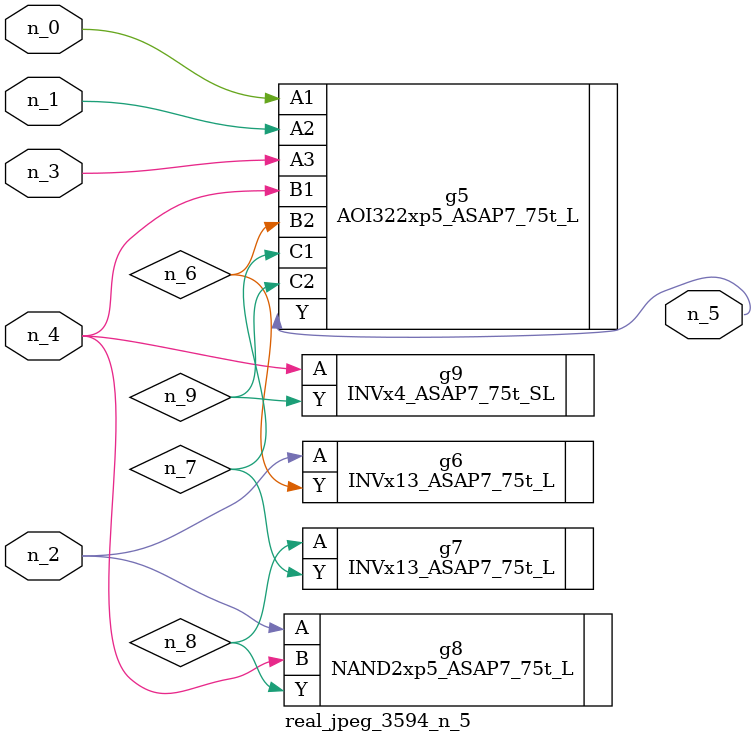
<source format=v>
module real_jpeg_3594_n_5 (n_4, n_0, n_1, n_2, n_3, n_5);

input n_4;
input n_0;
input n_1;
input n_2;
input n_3;

output n_5;

wire n_8;
wire n_6;
wire n_7;
wire n_9;

AOI322xp5_ASAP7_75t_L g5 ( 
.A1(n_0),
.A2(n_1),
.A3(n_3),
.B1(n_4),
.B2(n_6),
.C1(n_7),
.C2(n_9),
.Y(n_5)
);

INVx13_ASAP7_75t_L g6 ( 
.A(n_2),
.Y(n_6)
);

NAND2xp5_ASAP7_75t_L g8 ( 
.A(n_2),
.B(n_4),
.Y(n_8)
);

INVx4_ASAP7_75t_SL g9 ( 
.A(n_4),
.Y(n_9)
);

INVx13_ASAP7_75t_L g7 ( 
.A(n_8),
.Y(n_7)
);


endmodule
</source>
